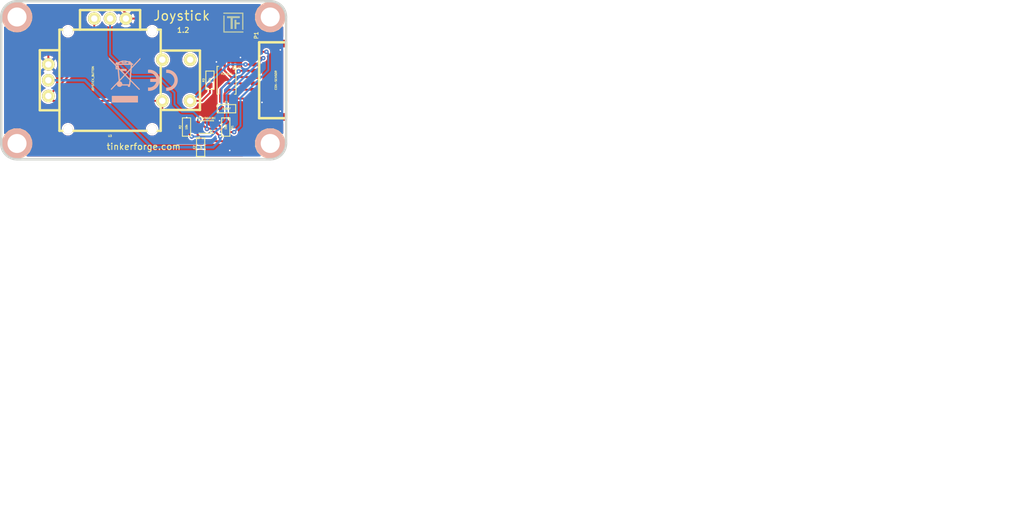
<source format=kicad_pcb>
(kicad_pcb (version 4) (host pcbnew "(2015-03-18 BZR 5525)-product")
  (title_block (title "Joystick Bricklet") (date "18 jan 2013") (rev 1.1) (company "Tinkerforge GmbH") (comment 1 "Licensed under CERN OHL v.1.1") (comment 2 "Copyright (©) 2011, B.Nordmeyer <bastian@tinkerforge.com>"))
  (layers (0 Vorderseite signal) (31 Rückseite signal) (34 B.Paste user) (35 F.Paste user) (36 B.SilkS user) (37 F.SilkS user) (38 B.Mask user) (39 F.Mask user) (44 Edge.Cuts user))
  (net 0 "")
  (net 1 A1)
  (net 2 A2)
  (net 3 GND)
  (net 4 IN_1)
  (net 5 N-000005)
  (net 6 SCL)
  (net 7 SDA)
  (net 8 SWITCH)
  (net 9 VCC)
  (net 10 X)
  (net 11 Y)
  (module TSSOP8 (layer Vorderseite) (at 157.22092 97.99828 180)
    (fp_text reference U1 (at -2.02946 2.07264 180) (layer F.SilkS) (effects (font (size 0.29972 0.29972) (thickness 0.0762))))
    (fp_text value M24C64 (at 0 1.00076 180) (layer F.SilkS) (effects (font (size 0.29972 0.29972) (thickness 0.0635))))
    (pad 1 smd rect (at -0.97282 2.89814) (size 0.39878 1.29794) (layers Vorderseite F.Paste F.Mask) (net 3 GND))
    (pad 2 smd rect (at -0.32258 2.89814) (size 0.39878 1.29794) (layers Vorderseite F.Paste F.Mask) (net 3 GND))
    (pad 3 smd rect (at 0.32258 2.89814) (size 0.39878 1.29794) (layers Vorderseite F.Paste F.Mask) (net 5 N-000005))
    (pad 4 smd rect (at 0.97282 2.89814) (size 0.39878 1.29794) (layers Vorderseite F.Paste F.Mask) (net 3 GND))
    (pad 5 smd rect (at 0.97282 -2.89814 180) (size 0.39878 1.29794) (layers Vorderseite F.Paste F.Mask) (net 7 SDA))
    (pad 6 smd rect (at 0.32258 -2.89814 180) (size 0.39878 1.29794) (layers Vorderseite F.Paste F.Mask) (net 6 SCL))
    (pad 7 smd rect (at -0.32258 -2.89814 180) (size 0.39878 1.29794) (layers Vorderseite F.Paste F.Mask))
    (pad 8 smd rect (at -0.97282 -2.89814 180) (size 0.39878 1.29794) (layers Vorderseite F.Paste F.Mask) (net 9 VCC))
  )
  (module VSSOP8 (layer Vorderseite) (at 154.02052 105.3973 90)
    (fp_text reference U2 (at -1.7018 -1.29794 180) (layer F.SilkS) (effects (font (size 0.29972 0.29972) (thickness 0.0762))))
    (fp_text value NC7WB66K8X (at 1.397 -0.02032 180) (layer F.SilkS) (effects (font (size 0.29972 0.29972) (thickness 0.0635))))
    (pad 1 smd rect (at -0.7493 1.37414 270) (size 0.29972 0.7493) (layers Vorderseite F.Paste F.Mask) (net 11 Y))
    (pad 2 smd rect (at -0.24892 1.37414 270) (size 0.29972 0.7493) (layers Vorderseite F.Paste F.Mask) (net 4 IN_1))
    (pad 3 smd rect (at 0.24892 1.37414 270) (size 0.29972 0.7493) (layers Vorderseite F.Paste F.Mask) (net 2 A2))
    (pad 4 smd rect (at 0.7493 1.37414 270) (size 0.29972 0.7493) (layers Vorderseite F.Paste F.Mask) (net 3 GND))
    (pad 5 smd rect (at 0.7493 -1.37414 90) (size 0.29972 0.7493) (layers Vorderseite F.Paste F.Mask) (net 10 X))
    (pad 6 smd rect (at 0.24892 -1.37414 90) (size 0.29972 0.7493) (layers Vorderseite F.Paste F.Mask) (net 4 IN_1))
    (pad 7 smd rect (at -0.24892 -1.37414 90) (size 0.29972 0.7493) (layers Vorderseite F.Paste F.Mask) (net 1 A1))
    (pad 8 smd rect (at -0.7493 -1.37414 90) (size 0.29972 0.7493) (layers Vorderseite F.Paste F.Mask) (net 9 VCC))
  )
  (module CON-SENSOR (layer Vorderseite) (at 166.62146 97.99828 90)
    (fp_text reference P1 (at 7.0993 -4.69646 90) (layer F.SilkS) (effects (font (size 0.59944 0.59944) (thickness 0.12446))))
    (fp_text value CON-SENSOR (at 0 -1.6002 90) (layer F.SilkS) (effects (font (size 0.29972 0.29972) (thickness 0.07112))))
    (pad 1 smd rect (at -4.50088 -4.7752 90) (size 0.59944 1.5494) (layers Vorderseite F.Paste F.Mask))
    (pad 2 smd rect (at -3.50012 -4.7752 90) (size 0.59944 1.5494) (layers Vorderseite F.Paste F.Mask) (net 3 GND))
    (pad 3 smd rect (at -2.49936 -4.7752 90) (size 0.59944 1.5494) (layers Vorderseite F.Paste F.Mask) (net 9 VCC))
    (pad 4 smd rect (at -1.50114 -4.7752 90) (size 0.59944 1.5494) (layers Vorderseite F.Paste F.Mask) (net 6 SCL))
    (pad 5 smd rect (at -0.50038 -4.7752 90) (size 0.59944 1.5494) (layers Vorderseite F.Paste F.Mask) (net 7 SDA))
    (pad 6 smd rect (at 0.50038 -4.7752 90) (size 0.59944 1.5494) (layers Vorderseite F.Paste F.Mask) (net 5 N-000005))
    (pad 7 smd rect (at 1.50114 -4.7752 90) (size 0.59944 1.5494) (layers Vorderseite F.Paste F.Mask) (net 4 IN_1))
    (pad 8 smd rect (at 2.49936 -4.7752 90) (size 0.59944 1.5494) (layers Vorderseite F.Paste F.Mask) (net 8 SWITCH))
    (pad 9 smd rect (at 3.50012 -4.7752 90) (size 0.59944 1.5494) (layers Vorderseite F.Paste F.Mask) (net 1 A1))
    (pad 10 smd rect (at 4.50088 -4.7752 90) (size 0.59944 1.5494) (layers Vorderseite F.Paste F.Mask) (net 2 A2))
    (pad EP smd rect (at -5.79882 -0.89916 90) (size 1.19888 1.80086) (layers Vorderseite F.Paste F.Mask) (net 3 GND))
    (pad EP smd rect (at 5.79882 -0.89916 90) (size 1.19888 1.80086) (layers Vorderseite F.Paste F.Mask) (net 3 GND))
  )
  (module Joystick_Button (layer Vorderseite) (at 138.82116 97.99828 90)
    (fp_text reference U3 (at -8.8011 -0.02032 180) (layer F.SilkS) (effects (font (size 0.29972 0.29972) (thickness 0.0762))))
    (fp_text value JOYSTICK_BUTTON (at 0.24892 -2.70002 90) (layer F.SilkS) (effects (font (size 0.29972 0.29972) (thickness 0.0762))))
    (pad X1 thru_hole circle (at 9.75106 -2.49936 90) (size 1.99898 1.99898) (drill 1.00076) (layers *.Cu *.Mask F.SilkS) (net 9 VCC))
    (pad X2 thru_hole circle (at 9.75106 0 90) (size 1.99898 1.99898) (drill 1.00076) (layers *.Cu *.Mask F.SilkS) (net 10 X))
    (pad X3 thru_hole circle (at 9.75106 2.49936 90) (size 1.99898 1.99898) (drill 1.00076) (layers *.Cu *.Mask F.SilkS) (net 3 GND))
    (pad Y2 thru_hole circle (at 0 -9.75106 90) (size 1.99898 1.99898) (drill 1.00076) (layers *.Cu *.Mask F.SilkS) (net 11 Y))
    (pad Y1 thru_hole circle (at -2.49936 -9.75106 90) (size 1.99898 1.99898) (drill 1.00076) (layers *.Cu *.Mask F.SilkS) (net 9 VCC))
    (pad Y3 thru_hole circle (at 2.49936 -9.75106 90) (size 1.99898 1.99898) (drill 1.00076) (layers *.Cu *.Mask F.SilkS) (net 3 GND))
    (pad "" thru_hole circle (at 7.74954 -6.64972 90) (size 1.50114 1.50114) (drill 1.50114) (layers *.Cu *.Mask F.SilkS))
    (pad "" thru_hole circle (at -7.74954 -6.64972 90) (size 1.50114 1.50114) (drill 1.50114) (layers *.Cu *.Mask F.SilkS))
    (pad "" thru_hole circle (at 7.74954 6.64972 90) (size 1.50114 1.50114) (drill 1.50114) (layers *.Cu *.Mask F.SilkS))
    (pad "" thru_hole circle (at -7.74954 6.64972 90) (size 1.50114 1.50114) (drill 1.50114) (layers *.Cu *.Mask F.SilkS))
    (pad SW1 thru_hole circle (at -3.2512 8.24992 90) (size 1.99898 1.99898) (drill 1.00076) (layers *.Cu *.Mask F.SilkS) (net 9 VCC))
    (pad "" thru_hole circle (at 3.2512 8.24992 90) (size 1.99898 1.99898) (drill 1.00076) (layers *.Cu *.Mask F.SilkS))
    (pad SW2 thru_hole circle (at -3.2512 12.6492 90) (size 1.99898 1.99898) (drill 1.00076) (layers *.Cu *.Mask F.SilkS) (net 8 SWITCH))
    (pad "" thru_hole circle (at 3.2512 12.6492 90) (size 1.99898 1.99898) (drill 1.00076) (layers *.Cu *.Mask F.SilkS))
  )
  (module Logo_31x31 (layer Vorderseite) (at 156.72054 87.2998)
    (fp_text reference Ref** hide)
    (fp_text value Val** hide)
  )
  (module 0603 (layer Vorderseite) (at 150.89886 105.39984 90)
    (fp_text reference R2 (at 0 -1.00076 90) (layer F.SilkS) (effects (font (size 0.29972 0.29972) (thickness 0.0762))))
    (fp_text value 10k (at 0 0 90) (layer F.SilkS) (effects (font (size 0.29972 0.29972) (thickness 0.0762))))
    (pad 1 smd rect (at -0.8001 0 90) (size 0.8001 0.8001) (layers Vorderseite F.Paste F.Mask) (net 1 A1))
    (pad 2 smd rect (at 0.8001 0 90) (size 0.8001 0.8001) (layers Vorderseite F.Paste F.Mask) (net 3 GND))
  )
  (module 0603 (layer Vorderseite) (at 154.59964 98.00082 90)
    (fp_text reference R3 (at 0 -1.00076 90) (layer F.SilkS) (effects (font (size 0.29972 0.29972) (thickness 0.0762))))
    (fp_text value 10k (at 0 0 90) (layer F.SilkS) (effects (font (size 0.29972 0.29972) (thickness 0.0762))))
    (pad 1 smd rect (at -0.8001 0 90) (size 0.8001 0.8001) (layers Vorderseite F.Paste F.Mask) (net 8 SWITCH))
    (pad 2 smd rect (at 0.8001 0 90) (size 0.8001 0.8001) (layers Vorderseite F.Paste F.Mask) (net 3 GND))
  )
  (module 0603 (layer Vorderseite) (at 157.099 105.39984 90)
    (fp_text reference R1 (at -0.0254 1.02616 90) (layer F.SilkS) (effects (font (size 0.29972 0.29972) (thickness 0.0762))))
    (fp_text value 10k (at 0 0 90) (layer F.SilkS) (effects (font (size 0.29972 0.29972) (thickness 0.0762))))
    (pad 1 smd rect (at -0.8001 0 90) (size 0.8001 0.8001) (layers Vorderseite F.Paste F.Mask) (net 2 A2))
    (pad 2 smd rect (at 0.8001 0 90) (size 0.8001 0.8001) (layers Vorderseite F.Paste F.Mask) (net 3 GND))
  )
  (module 0603 (layer Vorderseite) (at 157.22092 102.49916)
    (fp_text reference C1 (at 0 -1.00076) (layer F.SilkS) (effects (font (size 0.29972 0.29972) (thickness 0.0762))))
    (fp_text value 100nF (at 0 0) (layer F.SilkS) (effects (font (size 0.29972 0.29972) (thickness 0.0762))))
    (pad 1 smd rect (at -0.8001 0) (size 0.8001 0.8001) (layers Vorderseite F.Paste F.Mask) (net 3 GND))
    (pad 2 smd rect (at 0.8001 0) (size 0.8001 0.8001) (layers Vorderseite F.Paste F.Mask) (net 9 VCC))
  )
  (module Fiducial_Mark (layer Vorderseite) (at 160.62452 108.99902)
    (fp_text reference Fiducial_Mark hide)
    (fp_text value VAL** hide)
    (pad 1 smd circle (at 0 0) (size 1.00076 1.00076) (layers Vorderseite F.Mask) (clearance 0.65024))
  )
  (module Fiducial_Mark (layer Vorderseite) (at 123.22556 91.69908)
    (fp_text reference Fiducial_Mark hide)
    (fp_text value VAL** hide)
    (pad 1 smd circle (at 0 0) (size 1.00076 1.00076) (layers Vorderseite F.Mask) (clearance 0.65024))
  )
  (module 0603 (layer Vorderseite) (at 153.12644 108.60024 90)
    (fp_text reference C2 (at 0 -1.00076 90) (layer F.SilkS) (effects (font (size 0.29972 0.29972) (thickness 0.0762))))
    (fp_text value 1µF (at 0 0 90) (layer F.SilkS) (effects (font (size 0.29972 0.29972) (thickness 0.0762))))
    (pad 1 smd rect (at -0.8001 0 90) (size 0.8001 0.8001) (layers Vorderseite F.Paste F.Mask) (net 3 GND))
    (pad 2 smd rect (at 0.8001 0 90) (size 0.8001 0.8001) (layers Vorderseite F.Paste F.Mask) (net 9 VCC))
  )
  (module DRILL_NP (layer Vorderseite) (at 164.1221 87.9983)
    (fp_text reference U4 hide)
    (fp_text value DRILL hide)
    (pad "" thru_hole circle (at 0 0) (size 2.99974 2.99974) (drill 2.99974) (layers *.Cu *.SilkS *.Mask) (clearance 0.89916))
  )
  (module DRILL_NP (layer Vorderseite) (at 164.1221 107.99826)
    (fp_text reference U5 hide)
    (fp_text value DRILL hide)
    (pad "" thru_hole circle (at 0 0) (size 2.99974 2.99974) (drill 2.99974) (layers *.Cu *.SilkS *.Mask) (clearance 0.89916))
  )
  (module DRILL_NP (layer Vorderseite) (at 124.12218 87.9983)
    (fp_text reference U7 hide)
    (fp_text value DRILL hide)
    (pad "" thru_hole circle (at 0 0) (size 2.99974 2.99974) (drill 2.99974) (layers *.Cu *.SilkS *.Mask) (clearance 0.89916))
  )
  (module DRILL_NP (layer Vorderseite) (at 124.12218 107.99826)
    (fp_text reference U6 hide)
    (fp_text value DRILL hide)
    (pad "" thru_hole circle (at 0 0) (size 2.99974 2.99974) (drill 2.99974) (layers *.Cu *.SilkS *.Mask) (clearance 0.89916))
  )
  (module WEEE_7mm (layer Rückseite) (at 141.125 98)
    (fp_text reference VAL hide)
    (fp_text value WEEE_7mm hide)
  )
  (module CE_5mm (layer Rückseite) (at 147.125 98 180)
    (fp_text reference VAL hide)
    (fp_text value CE_5mm hide)
  )
  (gr_text 1.2 (at 150.37054 90.07348) (layer F.SilkS) (effects (font (size 0.8001 0.8001) (thickness 0.14986))))
  (gr_text tinkerforge.com (at 144.12214 108.49864) (layer F.SilkS) (effects (font (size 1.00076 1.00076) (thickness 0.14986))))
  (gr_line (start 164.1221 85.49894) (end 124.12218 85.49894) (angle 90) (layer Edge.Cuts) (width 0.381))
  (gr_line (start 124.12218 110.49762) (end 164.1221 110.49762) (angle 90) (layer Edge.Cuts) (width 0.381))
  (gr_line (start 121.62282 87.9983) (end 121.62282 107.99826) (angle 90) (layer Edge.Cuts) (width 0.381))
  (gr_arc (start 124.12218 87.9983) (end 121.62282 87.9983) (angle 90) (layer Edge.Cuts) (width 0.381))
  (gr_arc (start 124.12218 107.99826) (end 124.12218 110.49762) (angle 90) (layer Edge.Cuts) (width 0.381))
  (gr_line (start 166.62146 87.9983) (end 166.62146 107.99826) (angle 90) (layer Edge.Cuts) (width 0.381))
  (gr_arc (start 164.1221 87.9983) (end 164.1221 85.49894) (angle 90) (layer Edge.Cuts) (width 0.381))
  (gr_arc (start 164.1221 107.99826) (end 166.62146 107.99826) (angle 90) (layer Edge.Cuts) (width 0.381))
  (gr_text Joystick (at 150.12162 87.80018) (layer F.SilkS) (effects (font (size 1.50114 1.50114) (thickness 0.20066))))
  (segment (start 151.72182 106.89844) (end 151.02078 106.1974) (width 0.29972) (layer Vorderseite) (net 1))
  (segment (start 151.02078 106.1974) (end 150.92172 106.1974) (width 0.29972) (layer Vorderseite) (net 1))
  (segment (start 151.4729 105.64622) (end 150.92172 106.1974) (width 0.29972) (layer Vorderseite) (net 1))
  (via (at 151.72182 106.89844) (size 0.70104) (layers Vorderseite Rückseite) (net 1))
  (via (at 163.02228 94.49816) (size 0.70104) (layers Vorderseite Rückseite) (net 1))
  (segment (start 155.92298 105.79862) (end 155.82138 105.79862) (width 0.29972) (layer Rückseite) (net 1))
  (segment (start 157.22092 104.50068) (end 155.92298 105.79862) (width 0.29972) (layer Rückseite) (net 1))
  (segment (start 157.22092 100.29952) (end 157.22092 104.50068) (width 0.29972) (layer Rückseite) (net 1))
  (segment (start 163.02228 94.49816) (end 157.22092 100.29952) (width 0.29972) (layer Rückseite) (net 1))
  (segment (start 155.82138 105.79862) (end 154.72156 106.89844) (width 0.29972) (layer Rückseite) (net 1))
  (segment (start 154.72156 106.89844) (end 151.72182 106.89844) (width 0.29972) (layer Rückseite) (net 1))
  (segment (start 161.84626 94.49816) (end 163.02228 94.49816) (width 0.29972) (layer Vorderseite) (net 1))
  (segment (start 152.64638 105.64622) (end 151.4729 105.64622) (width 0.29972) (layer Vorderseite) (net 1))
  (segment (start 159.42056 105.20172) (end 158.42234 106.19994) (width 0.29972) (layer Rückseite) (net 2))
  (segment (start 163.52266 93.49994) (end 163.82238 93.79966) (width 0.29972) (layer Rückseite) (net 2))
  (segment (start 163.82238 93.79966) (end 163.82238 96.39808) (width 0.29972) (layer Rückseite) (net 2))
  (segment (start 156.0703 105.14838) (end 156.42082 105.4989) (width 0.29972) (layer Vorderseite) (net 2))
  (segment (start 163.82238 96.39808) (end 159.42056 100.7999) (width 0.29972) (layer Rückseite) (net 2))
  (segment (start 159.42056 100.7999) (end 159.42056 105.20172) (width 0.29972) (layer Rückseite) (net 2))
  (via (at 158.42234 106.19994) (size 0.70104) (layers Vorderseite Rückseite) (net 2))
  (segment (start 158.42234 106.19994) (end 158.4198 106.1974) (width 0.29972) (layer Vorderseite) (net 2))
  (segment (start 156.62148 106.1974) (end 157.12186 106.1974) (width 0.29972) (layer Vorderseite) (net 2))
  (segment (start 161.84626 93.4974) (end 163.52012 93.4974) (width 0.29972) (layer Vorderseite) (net 2))
  (via (at 163.52266 93.49994) (size 0.70104) (layers Vorderseite Rückseite) (net 2))
  (segment (start 163.52012 93.4974) (end 163.52266 93.49994) (width 0.29972) (layer Vorderseite) (net 2))
  (segment (start 155.39466 105.14838) (end 156.0703 105.14838) (width 0.29972) (layer Vorderseite) (net 2))
  (segment (start 158.4198 106.1974) (end 157.12186 106.1974) (width 0.29972) (layer Vorderseite) (net 2))
  (segment (start 156.42082 105.4989) (end 156.42082 105.99674) (width 0.29972) (layer Vorderseite) (net 2))
  (segment (start 156.42082 105.99674) (end 156.62148 106.1974) (width 0.29972) (layer Vorderseite) (net 2))
  (segment (start 150.00224 99.49688) (end 150.92172 99.49688) (width 0.29972) (layer Vorderseite) (net 3))
  (segment (start 149.1996 100.29952) (end 150.00224 99.49688) (width 0.29972) (layer Vorderseite) (net 3))
  (segment (start 149.1996 102.79888) (end 149.1996 100.29952) (width 0.29972) (layer Vorderseite) (net 3))
  (segment (start 150.29942 103.8987) (end 149.1996 102.79888) (width 0.29972) (layer Vorderseite) (net 3))
  (segment (start 141.32052 87.39886) (end 140.41882 86.49716) (width 0.29972) (layer Vorderseite) (net 3))
  (segment (start 155.39466 104.648) (end 155.87218 104.648) (width 0.29972) (layer Vorderseite) (net 3))
  (segment (start 156.31922 104.5972) (end 156.1211 104.39908) (width 0.29972) (layer Vorderseite) (net 3))
  (segment (start 157.12186 104.5972) (end 156.31922 104.5972) (width 0.29972) (layer Vorderseite) (net 3))
  (segment (start 155.87218 104.648) (end 156.1211 104.39908) (width 0.29972) (layer Vorderseite) (net 3))
  (segment (start 157.5435 95.10014) (end 158.19374 95.10014) (width 0.29972) (layer Vorderseite) (net 3))
  (segment (start 156.42082 102.49916) (end 156.42082 104.09936) (width 0.29972) (layer Vorderseite) (net 3))
  (via (at 156.1211 104.39908) (size 0.70104) (layers Vorderseite Rückseite) (net 3))
  (segment (start 131.91998 86.49716) (end 129.0701 89.34704) (width 0.29972) (layer Vorderseite) (net 3))
  (segment (start 140.41882 86.49716) (end 131.91998 86.49716) (width 0.29972) (layer Vorderseite) (net 3))
  (segment (start 165.7223 101.4984) (end 165.6207 101.4984) (width 0.29972) (layer Rückseite) (net 3))
  (via (at 150.92172 103.8987) (size 0.70104) (layers Vorderseite Rückseite) (net 3))
  (segment (start 150.92172 103.8987) (end 150.92172 104.5972) (width 0.29972) (layer Vorderseite) (net 3))
  (segment (start 154.6225 95.10014) (end 154.6225 97.19818) (width 0.29972) (layer Vorderseite) (net 3))
  (segment (start 150.92172 99.49688) (end 153.22042 97.19818) (width 0.29972) (layer Vorderseite) (net 3))
  (segment (start 153.22042 97.19818) (end 154.6225 97.19818) (width 0.29972) (layer Vorderseite) (net 3))
  (segment (start 150.92172 103.8987) (end 150.29942 103.8987) (width 0.29972) (layer Vorderseite) (net 3))
  (segment (start 157.42666 109.40034) (end 157.72638 109.10062) (width 0.29972) (layer Vorderseite) (net 3))
  (via (at 157.72638 109.10062) (size 0.70104) (layers Vorderseite Rückseite) (net 3))
  (segment (start 157.72638 109.10062) (end 159.72536 109.10062) (width 0.29972) (layer Rückseite) (net 3))
  (segment (start 159.72536 109.10062) (end 161.1249 107.70108) (width 0.29972) (layer Rückseite) (net 3))
  (segment (start 161.1249 107.70108) (end 161.1249 105.20172) (width 0.29972) (layer Rückseite) (net 3))
  (segment (start 161.1249 105.20172) (end 163.42868 102.89794) (width 0.29972) (layer Rückseite) (net 3))
  (segment (start 163.42868 102.89794) (end 165.7223 102.89794) (width 0.29972) (layer Rückseite) (net 3))
  (segment (start 153.12644 109.40034) (end 157.42666 109.40034) (width 0.29972) (layer Vorderseite) (net 3))
  (segment (start 165.7223 100.50018) (end 165.7223 101.4984) (width 0.29972) (layer Rückseite) (net 3))
  (segment (start 165.7223 93.20022) (end 165.7223 100.50018) (width 0.29972) (layer Rückseite) (net 3))
  (segment (start 165.7223 102.89794) (end 165.7223 103.7971) (width 0.29972) (layer Vorderseite) (net 3))
  (segment (start 156.42082 104.09936) (end 156.1211 104.39908) (width 0.29972) (layer Vorderseite) (net 3))
  (segment (start 155.62072 95.10014) (end 154.6225 95.10014) (width 0.29972) (layer Vorderseite) (net 3))
  (segment (start 156.2481 95.10014) (end 155.62072 95.10014) (width 0.29972) (layer Vorderseite) (net 3))
  (segment (start 164.9222 92.40012) (end 165.7223 93.20022) (width 0.29972) (layer Rückseite) (net 3))
  (segment (start 159.52216 92.40012) (end 164.9222 92.40012) (width 0.29972) (layer Rückseite) (net 3))
  (segment (start 158.32074 92.40012) (end 159.52216 92.40012) (width 0.29972) (layer Rückseite) (net 3))
  (via (at 155.62072 95.10014) (size 0.70104) (layers Vorderseite Rückseite) (net 3))
  (segment (start 155.62072 95.10014) (end 158.32074 92.40012) (width 0.29972) (layer Rückseite) (net 3))
  (segment (start 165.7223 92.19946) (end 165.7223 93.20022) (width 0.29972) (layer Vorderseite) (net 3))
  (segment (start 165.6207 101.4984) (end 165.7223 101.4984) (width 0.29972) (layer Rückseite) (net 3))
  (segment (start 158.19374 95.10014) (end 158.71952 95.10014) (width 0.29972) (layer Vorderseite) (net 3))
  (segment (start 159.52216 94.2975) (end 159.52216 92.40012) (width 0.29972) (layer Rückseite) (net 3))
  (via (at 162.82162 101.4984) (size 0.70104) (layers Vorderseite Rückseite) (net 3))
  (via (at 165.7223 102.89794) (size 0.70104) (layers Vorderseite Rückseite) (net 3))
  (via (at 165.7223 93.20022) (size 0.70104) (layers Vorderseite Rückseite) (net 3))
  (segment (start 154.6225 93.20022) (end 149.6695 88.24722) (width 0.29972) (layer Vorderseite) (net 3))
  (segment (start 149.6695 88.24722) (end 141.32052 88.24722) (width 0.29972) (layer Vorderseite) (net 3))
  (segment (start 154.6225 95.10014) (end 154.6225 93.20022) (width 0.29972) (layer Vorderseite) (net 3))
  (segment (start 141.32052 88.24722) (end 141.32052 87.39886) (width 0.29972) (layer Vorderseite) (net 3))
  (segment (start 165.7223 101.4984) (end 165.7223 102.89794) (width 0.29972) (layer Rückseite) (net 3))
  (segment (start 161.84626 101.4984) (end 162.82162 101.4984) (width 0.29972) (layer Vorderseite) (net 3))
  (segment (start 162.82162 101.4984) (end 165.7223 101.4984) (width 0.29972) (layer Rückseite) (net 3))
  (segment (start 129.0701 89.34704) (end 129.0701 95.49892) (width 0.29972) (layer Vorderseite) (net 3))
  (segment (start 158.71952 95.10014) (end 159.42056 94.3991) (width 0.29972) (layer Vorderseite) (net 3))
  (via (at 159.42056 94.3991) (size 0.70104) (layers Vorderseite Rückseite) (net 3))
  (segment (start 159.42056 94.3991) (end 159.52216 94.2975) (width 0.29972) (layer Rückseite) (net 3))
  (segment (start 156.42082 101.99878) (end 154.12212 104.29748) (width 0.29972) (layer Rückseite) (net 4))
  (segment (start 156.42082 99.29876) (end 156.42082 101.99878) (width 0.29972) (layer Rückseite) (net 4))
  (segment (start 159.12084 96.59874) (end 156.42082 99.29876) (width 0.29972) (layer Rückseite) (net 4))
  (via (at 159.12084 96.59874) (size 0.70104) (layers Vorderseite Rückseite) (net 4))
  (segment (start 159.22244 96.49714) (end 159.12084 96.59874) (width 0.29972) (layer Vorderseite) (net 4))
  (segment (start 154.06878 105.64622) (end 154.02052 105.59796) (width 0.29972) (layer Vorderseite) (net 4))
  (segment (start 154.02052 105.59796) (end 154.06878 105.64622) (width 0.29972) (layer Vorderseite) (net 4))
  (segment (start 155.39466 105.64622) (end 154.06878 105.64622) (width 0.29972) (layer Vorderseite) (net 4))
  (segment (start 154.06878 105.64622) (end 154.02052 105.59796) (width 0.29972) (layer Vorderseite) (net 4))
  (segment (start 152.64638 105.14838) (end 153.57094 105.14838) (width 0.29972) (layer Vorderseite) (net 4))
  (segment (start 153.57094 105.14838) (end 154.02052 105.59796) (width 0.29972) (layer Vorderseite) (net 4))
  (via (at 154.12212 105.69956) (size 0.70104) (layers Vorderseite Rückseite) (net 4))
  (segment (start 154.12212 105.69956) (end 154.06878 105.64622) (width 0.29972) (layer Vorderseite) (net 4))
  (segment (start 161.84626 96.49714) (end 159.22244 96.49714) (width 0.29972) (layer Vorderseite) (net 4))
  (segment (start 154.12212 104.29748) (end 154.12212 105.69956) (width 0.29972) (layer Rückseite) (net 4))
  (segment (start 161.84626 97.4979) (end 157.91942 97.4979) (width 0.29972) (layer Vorderseite) (net 5))
  (segment (start 156.89834 96.47682) (end 156.89834 95.10014) (width 0.29972) (layer Vorderseite) (net 5))
  (segment (start 157.91942 97.4979) (end 156.89834 96.47682) (width 0.29972) (layer Vorderseite) (net 5))
  (segment (start 157.52064 99.49942) (end 156.89834 100.12172) (width 0.29972) (layer Vorderseite) (net 6))
  (segment (start 156.89834 100.12172) (end 156.89834 100.89642) (width 0.29972) (layer Vorderseite) (net 6))
  (segment (start 161.84626 99.49942) (end 157.52064 99.49942) (width 0.29972) (layer Vorderseite) (net 6))
  (segment (start 157.22092 98.49866) (end 156.2481 99.47148) (width 0.29972) (layer Vorderseite) (net 7))
  (segment (start 161.84626 98.49866) (end 157.22092 98.49866) (width 0.29972) (layer Vorderseite) (net 7))
  (segment (start 156.2481 99.47148) (end 156.2481 100.89642) (width 0.29972) (layer Vorderseite) (net 7))
  (segment (start 157.50286 95.49892) (end 151.7523 101.24948) (width 0.29972) (layer Rückseite) (net 8))
  (segment (start 151.7523 101.24948) (end 151.47036 101.24948) (width 0.29972) (layer Rückseite) (net 8))
  (via (at 160.22066 95.49892) (size 0.70104) (layers Vorderseite Rückseite) (net 8))
  (segment (start 160.22066 95.49892) (end 157.52064 95.49892) (width 0.29972) (layer Rückseite) (net 8))
  (segment (start 161.84626 95.49892) (end 160.22066 95.49892) (width 0.29972) (layer Vorderseite) (net 8))
  (segment (start 157.52064 95.49892) (end 157.50286 95.49892) (width 0.29972) (layer Rückseite) (net 8))
  (segment (start 153.34996 101.24948) (end 154.59964 99.9998) (width 0.29972) (layer Vorderseite) (net 8))
  (segment (start 154.59964 99.9998) (end 154.59964 98.80092) (width 0.29972) (layer Vorderseite) (net 8))
  (segment (start 151.47036 101.24948) (end 153.34996 101.24948) (width 0.29972) (layer Vorderseite) (net 8))
  (segment (start 152.64638 106.62158) (end 152.64638 106.1466) (width 0.29972) (layer Vorderseite) (net 9))
  (segment (start 153.12644 107.10164) (end 152.64638 106.62158) (width 0.29972) (layer Vorderseite) (net 9))
  (segment (start 153.12644 107.80014) (end 153.12644 107.10164) (width 0.29972) (layer Vorderseite) (net 9))
  (segment (start 161.84626 100.49764) (end 160.62198 100.49764) (width 0.29972) (layer Vorderseite) (net 9))
  (segment (start 160.2232 100.89642) (end 158.19374 100.89642) (width 0.29972) (layer Vorderseite) (net 9))
  (segment (start 160.62198 100.49764) (end 160.2232 100.89642) (width 0.29972) (layer Vorderseite) (net 9))
  (segment (start 158.19374 100.89642) (end 158.19374 102.32644) (width 0.29972) (layer Vorderseite) (net 9))
  (segment (start 158.19374 102.32644) (end 158.02102 102.49916) (width 0.29972) (layer Vorderseite) (net 9))
  (segment (start 153.12898 107.7976) (end 153.12644 107.80014) (width 0.29972) (layer Vorderseite) (net 9))
  (segment (start 158.98622 107.63504) (end 160.22066 106.4006) (width 0.29972) (layer Vorderseite) (net 9))
  (segment (start 154.05862 107.63504) (end 158.98622 107.63504) (width 0.29972) (layer Vorderseite) (net 9))
  (segment (start 160.2232 106.39806) (end 160.22066 106.39806) (width 0.29972) (layer Vorderseite) (net 9))
  (segment (start 160.22066 106.39806) (end 160.22066 106.4006) (width 0.29972) (layer Vorderseite) (net 9))
  (segment (start 160.2232 100.89642) (end 160.2232 106.39806) (width 0.29972) (layer Vorderseite) (net 9))
  (segment (start 153.89606 107.7976) (end 154.05862 107.63504) (width 0.29972) (layer Vorderseite) (net 9))
  (segment (start 153.89606 107.7976) (end 153.12898 107.7976) (width 0.29972) (layer Vorderseite) (net 9))
  (segment (start 149.42312 107.80014) (end 149.42058 107.7976) (width 0.29972) (layer Vorderseite) (net 9))
  (segment (start 147.07108 105.4481) (end 149.42058 107.7976) (width 0.29972) (layer Vorderseite) (net 9))
  (segment (start 147.07108 105.4481) (end 147.07108 101.24948) (width 0.29972) (layer Vorderseite) (net 9))
  (segment (start 153.12644 107.80014) (end 149.42312 107.80014) (width 0.29972) (layer Vorderseite) (net 9))
  (segment (start 129.82194 101.24948) (end 129.0701 100.49764) (width 0.29972) (layer Vorderseite) (net 9))
  (segment (start 147.07108 101.24948) (end 129.82194 101.24948) (width 0.29972) (layer Vorderseite) (net 9))
  (segment (start 136.3218 93.30182) (end 130.72618 98.89744) (width 0.29972) (layer Vorderseite) (net 9))
  (segment (start 130.72618 98.89744) (end 130.6703 98.89744) (width 0.29972) (layer Vorderseite) (net 9))
  (segment (start 130.6703 98.89744) (end 129.0701 100.49764) (width 0.29972) (layer Vorderseite) (net 9))
  (segment (start 136.3218 88.24722) (end 136.3218 93.30182) (width 0.29972) (layer Vorderseite) (net 9))
  (segment (start 152.9207 103.92156) (end 151.99868 102.99954) (width 0.29972) (layer Rückseite) (net 10))
  (segment (start 151.99868 102.99954) (end 150.20036 102.99954) (width 0.29972) (layer Rückseite) (net 10))
  (segment (start 150.20036 102.99954) (end 148.99894 101.79812) (width 0.29972) (layer Rückseite) (net 10))
  (segment (start 148.99894 101.79812) (end 148.99894 99.9998) (width 0.29972) (layer Rückseite) (net 10))
  (segment (start 148.99894 99.9998) (end 146.39798 97.39884) (width 0.29972) (layer Rückseite) (net 10))
  (segment (start 146.39798 97.39884) (end 146.12112 97.39884) (width 0.29972) (layer Rückseite) (net 10))
  (segment (start 152.64638 104.47274) (end 152.64638 104.648) (width 0.29972) (layer Vorderseite) (net 10))
  (segment (start 152.64638 104.47274) (end 152.9207 104.19842) (width 0.29972) (layer Vorderseite) (net 10))
  (via (at 152.9207 104.19842) (size 0.70104) (layers Vorderseite Rückseite) (net 10))
  (segment (start 146.12112 97.39884) (end 142.22222 97.39884) (width 0.29972) (layer Rückseite) (net 10))
  (segment (start 142.22222 97.39884) (end 138.82116 93.99778) (width 0.29972) (layer Rückseite) (net 10))
  (segment (start 138.82116 88.24722) (end 138.82116 93.99778) (width 0.29972) (layer Rückseite) (net 10))
  (segment (start 152.9207 104.19842) (end 152.9207 103.92156) (width 0.29972) (layer Rückseite) (net 10))
  (via (at 156.2227 106.89844) (size 0.70104) (layers Vorderseite Rückseite) (net 11))
  (segment (start 156.2227 107.49534) (end 156.2227 106.89844) (width 0.40132) (layer Rückseite) (net 11))
  (segment (start 155.12034 108.5977) (end 156.2227 107.49534) (width 0.40132) (layer Rückseite) (net 11))
  (segment (start 145.42008 108.5977) (end 155.12034 108.5977) (width 0.40132) (layer Rückseite) (net 11))
  (segment (start 134.82066 97.99828) (end 145.42008 108.5977) (width 0.40132) (layer Rückseite) (net 11))
  (segment (start 129.0701 97.99828) (end 134.82066 97.99828) (width 0.40132) (layer Rückseite) (net 11))
  (segment (start 155.47086 106.1466) (end 156.2227 106.89844) (width 0.29972) (layer Vorderseite) (net 11))
  (segment (start 155.39466 106.1466) (end 155.47086 106.1466) (width 0.29972) (layer Vorderseite) (net 11))
  (zone (net 3) (net_name GND) (layer Vorderseite) (connect_pads (clearance 0.24892)) (min_thickness 0.24892) (fill yes (arc_segments 16) (thermal_gap 0.39878) (thermal_bridge_width 0.39878))
    (polygon (pts (xy 166.62146 110.49762) (xy 166.62146 85.49894) (xy 121.62282 85.49894) (xy 121.62282 110.49762)))
  )
  (zone (net 3) (net_name GND) (layer Rückseite) (connect_pads (clearance 0.24892)) (min_thickness 0.24892) (fill yes (arc_segments 16) (thermal_gap 0.39878) (thermal_bridge_width 0.39878))
    (polygon (pts (xy 166.62146 110.49762) (xy 166.62146 85.49894) (xy 121.62282 85.49894) (xy 121.62282 110.49762)))
  )
)
</source>
